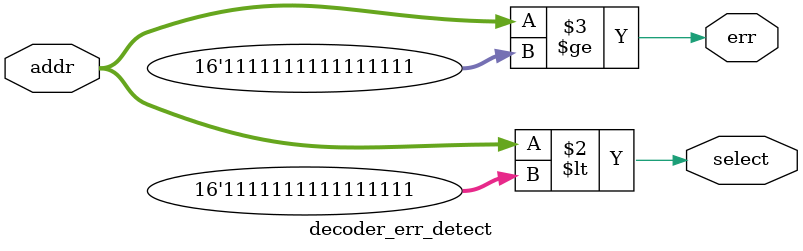
<source format=sv>
module decoder_err_detect #(MAX_ADDR=16'hFFFF) (
    input [15:0] addr,
    output reg select,
    output reg err
);
always @* begin
    select = (addr < MAX_ADDR);
    err = (addr >= MAX_ADDR);
end
endmodule
</source>
